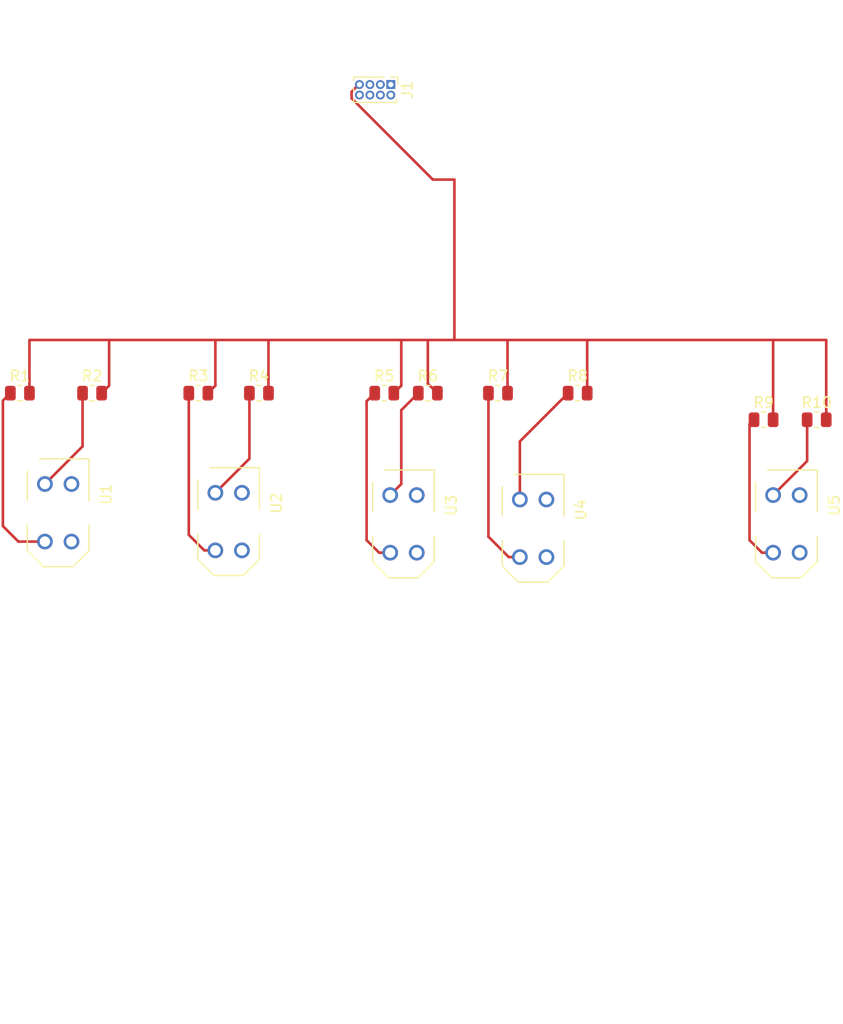
<source format=kicad_pcb>
(kicad_pcb (version 20221018) (generator pcbnew)
  (layers (0 "F.Cu" signal) (31 "B.Cu" signal) (34 "B.Paste" user) (35 "F.Paste" user) (36 "B.SilkS" user "B.Silkscreen") (37 "F.SilkS" user "F.Silkscreen") (38 "B.Mask" user) (39 "F.Mask" user) (44 "Edge.Cuts" user))
  (net 0 "")
  (net 1 "Analog Pin1")
  (net 2 "+3.3V")
  (net 3 "Analog Pin2")
  (net 4 "Analog Pin4")
  (net 5 "Analog Pin3")
  (net 6 "Analog Pin5")
  (net 7 "GND")
  (net 9 "Net-(R1-Pad1)")
  (net 10 "Net-(R3-Pad1)")
  (net 11 "Net-(R5-Pad1)")
  (net 12 "Net-(R7-Pad1)")
  (net 13 "Net-(R9-Pad1)")
  (footprint "kicad_mod:OPTO_TCRT5000" (layer "F.Cu") (at 101.81 80.01 -90)
    (fp_text reference "U1" (at -1.76355 -4.57476 90) (layer "F.SilkS") (effects (font (size 1.004126 1.004126))))
    (fp_text value "TCRT5000")
    (fp_line (start -5.15 -2.95) (end -1.17 -2.95) (stroke (width 0.127)) (layer "F.SilkS"))
    (fp_line (start -5.15 1.8) (end -5.15 -2.95) (stroke (width 0.127)) (layer "F.SilkS"))
    (fp_line (start -4 2.95) (end -1.17 2.95) (stroke (width 0.127)) (layer "F.SilkS"))
    (fp_line (start 1.17 2.95) (end 3.6 2.95) (stroke (width 0.127)) (layer "F.SilkS"))
    (fp_line (start 3.6 -2.95) (end 1.17 -2.95) (stroke (width 0.127)) (layer "F.SilkS"))
    (fp_line (start 3.6 -2.95) (end 5.15 -1.4) (stroke (width 0.127)) (layer "F.SilkS"))
    (fp_line (start 3.6 2.95) (end 5.15 1.4) (stroke (width 0.127)) (layer "F.SilkS"))
    (fp_line (start 5.15 1.4) (end 5.15 -1.4) (stroke (width 0.127)) (layer "F.SilkS"))
    (pad "" np_thru_hole circle (at -4.65 2.45 270) (size 1 1) (drill 1) (layers "*.Cu" "*.Mask"))
    (pad "" np_thru_hole circle (at 0 -1.9 270) (size 2.5 2.5) (drill 2.5) (layers "*.Cu" "*.Mask"))
    (pad "" np_thru_hole circle (at 0 1.9 270) (size 2.5 2.5) (drill 2.5) (layers "*.Cu" "*.Mask"))
    (pad "A" thru_hole circle (at 2.75 -1.27 270) (size 1.5 1.5) (drill 1) (layers "*.Cu" "*.Mask") (net 2 "+3.3V"))
    (pad "CATH" thru_hole circle (at 2.75 1.27 270) (size 1.5 1.5) (drill 1) (layers "*.Cu" "*.Mask") (net 9 "Net-(R1-Pad1)"))
    (pad "COLL" thru_hole circle (at -2.75 -1.27 270) (size 1.5 1.5) (drill 1) (layers "*.Cu" "*.Mask") (net 2 "+3.3V"))
    (pad "E" thru_hole circle (at -2.75 1.27 270) (size 1.5 1.5) (drill 1) (layers "*.Cu" "*.Mask") (net 1 "Analog Pin1"))
  )
  (footprint "kicad_mod:OPTO_TCRT5000" (layer "F.Cu") (at 171.45 81.07 -90)
    (fp_text reference "U5" (at -1.76355 -4.57476 90) (layer "F.SilkS") (effects (font (size 1.004126 1.004126))))
    (fp_text value "TCRT5000")
    (fp_line (start -5.15 -2.95) (end -1.17 -2.95) (stroke (width 0.127)) (layer "F.SilkS"))
    (fp_line (start -5.15 1.8) (end -5.15 -2.95) (stroke (width 0.127)) (layer "F.SilkS"))
    (fp_line (start -4 2.95) (end -1.17 2.95) (stroke (width 0.127)) (layer "F.SilkS"))
    (fp_line (start 1.17 2.95) (end 3.6 2.95) (stroke (width 0.127)) (layer "F.SilkS"))
    (fp_line (start 3.6 -2.95) (end 1.17 -2.95) (stroke (width 0.127)) (layer "F.SilkS"))
    (fp_line (start 3.6 -2.95) (end 5.15 -1.4) (stroke (width 0.127)) (layer "F.SilkS"))
    (fp_line (start 3.6 2.95) (end 5.15 1.4) (stroke (width 0.127)) (layer "F.SilkS"))
    (fp_line (start 5.15 1.4) (end 5.15 -1.4) (stroke (width 0.127)) (layer "F.SilkS"))
    (pad "" np_thru_hole circle (at -4.65 2.45 270) (size 1 1) (drill 1) (layers "*.Cu" "*.Mask"))
    (pad "" np_thru_hole circle (at 0 -1.9 270) (size 2.5 2.5) (drill 2.5) (layers "*.Cu" "*.Mask"))
    (pad "" np_thru_hole circle (at 0 1.9 270) (size 2.5 2.5) (drill 2.5) (layers "*.Cu" "*.Mask"))
    (pad "A" thru_hole circle (at 2.75 -1.27 270) (size 1.5 1.5) (drill 1) (layers "*.Cu" "*.Mask") (net 2 "+3.3V"))
    (pad "CATH" thru_hole circle (at 2.75 1.27 270) (size 1.5 1.5) (drill 1) (layers "*.Cu" "*.Mask") (net 13 "Net-(R9-Pad1)"))
    (pad "COLL" thru_hole circle (at -2.75 -1.27 270) (size 1.5 1.5) (drill 1) (layers "*.Cu" "*.Mask") (net 2 "+3.3V"))
    (pad "E" thru_hole circle (at -2.75 1.27 270) (size 1.5 1.5) (drill 1) (layers "*.Cu" "*.Mask") (net 6 "Analog Pin5"))
  )
  (footprint "Resistor_SMD:R_0805_2012Metric" (layer "F.Cu") (at 137.16 68.58)
    (fp_text reference "R6" (at 0 -1.65) (layer "F.SilkS"))
    (fp_text value "3.9k")
    (fp_line (start -0.227064 -0.735) (end 0.227064 -0.735) (stroke (width 0.12)) (layer "F.SilkS"))
    (fp_line (start -0.227064 0.735) (end 0.227064 0.735) (stroke (width 0.12)) (layer "F.SilkS"))
    (pad "1" smd roundrect (at -0.9125 0) (size 1.025 1.4) (layers "F.Cu" "F.Paste" "F.Mask") (roundrect_rratio 0.243902) (net 5 "Analog Pin3"))
    (pad "2" smd roundrect (at 0.9125 0) (size 1.025 1.4) (layers "F.Cu" "F.Paste" "F.Mask") (roundrect_rratio 0.243902) (net 7 "GND"))
  )
  (footprint "kicad_mod:OPTO_TCRT5000" (layer "F.Cu") (at 118.11 80.85 -90)
    (fp_text reference "U2" (at -1.76355 -4.57476 90) (layer "F.SilkS") (effects (font (size 1.004126 1.004126))))
    (fp_text value "TCRT5000")
    (fp_line (start -5.15 -2.95) (end -1.17 -2.95) (stroke (width 0.127)) (layer "F.SilkS"))
    (fp_line (start -5.15 1.8) (end -5.15 -2.95) (stroke (width 0.127)) (layer "F.SilkS"))
    (fp_line (start -4 2.95) (end -1.17 2.95) (stroke (width 0.127)) (layer "F.SilkS"))
    (fp_line (start 1.17 2.95) (end 3.6 2.95) (stroke (width 0.127)) (layer "F.SilkS"))
    (fp_line (start 3.6 -2.95) (end 1.17 -2.95) (stroke (width 0.127)) (layer "F.SilkS"))
    (fp_line (start 3.6 -2.95) (end 5.15 -1.4) (stroke (width 0.127)) (layer "F.SilkS"))
    (fp_line (start 3.6 2.95) (end 5.15 1.4) (stroke (width 0.127)) (layer "F.SilkS"))
    (fp_line (start 5.15 1.4) (end 5.15 -1.4) (stroke (width 0.127)) (layer "F.SilkS"))
    (pad "" np_thru_hole circle (at -4.65 2.45 270) (size 1 1) (drill 1) (layers "*.Cu" "*.Mask"))
    (pad "" np_thru_hole circle (at 0 -1.9 270) (size 2.5 2.5) (drill 2.5) (layers "*.Cu" "*.Mask"))
    (pad "" np_thru_hole circle (at 0 1.9 270) (size 2.5 2.5) (drill 2.5) (layers "*.Cu" "*.Mask"))
    (pad "A" thru_hole circle (at 2.75 -1.27 270) (size 1.5 1.5) (drill 1) (layers "*.Cu" "*.Mask") (net 2 "+3.3V"))
    (pad "CATH" thru_hole circle (at 2.75 1.27 270) (size 1.5 1.5) (drill 1) (layers "*.Cu" "*.Mask") (net 10 "Net-(R3-Pad1)"))
    (pad "COLL" thru_hole circle (at -2.75 -1.27 270) (size 1.5 1.5) (drill 1) (layers "*.Cu" "*.Mask") (net 2 "+3.3V"))
    (pad "E" thru_hole circle (at -2.75 1.27 270) (size 1.5 1.5) (drill 1) (layers "*.Cu" "*.Mask") (net 3 "Analog Pin2"))
  )
  (footprint "Resistor_SMD:R_0805_2012Metric" (layer "F.Cu") (at 105.0525 68.58)
    (fp_text reference "R2" (at 0 -1.65) (layer "F.SilkS"))
    (fp_text value "3.9k")
    (fp_line (start -0.227064 -0.735) (end 0.227064 -0.735) (stroke (width 0.12)) (layer "F.SilkS"))
    (fp_line (start -0.227064 0.735) (end 0.227064 0.735) (stroke (width 0.12)) (layer "F.SilkS"))
    (pad "1" smd roundrect (at -0.9125 0) (size 1.025 1.4) (layers "F.Cu" "F.Paste" "F.Mask") (roundrect_rratio 0.243902) (net 1 "Analog Pin1"))
    (pad "2" smd roundrect (at 0.9125 0) (size 1.025 1.4) (layers "F.Cu" "F.Paste" "F.Mask") (roundrect_rratio 0.243902) (net 7 "GND"))
  )
  (footprint "Resistor_SMD:R_0805_2012Metric" (layer "F.Cu") (at 98.1475 68.58)
    (fp_text reference "R1" (at 0 -1.65) (layer "F.SilkS"))
    (fp_text value "90")
    (fp_line (start -0.227064 -0.735) (end 0.227064 -0.735) (stroke (width 0.12)) (layer "F.SilkS"))
    (fp_line (start -0.227064 0.735) (end 0.227064 0.735) (stroke (width 0.12)) (layer "F.SilkS"))
    (pad "1" smd roundrect (at -0.9125 0) (size 1.025 1.4) (layers "F.Cu" "F.Paste" "F.Mask") (roundrect_rratio 0.243902) (net 9 "Net-(R1-Pad1)"))
    (pad "2" smd roundrect (at 0.9125 0) (size 1.025 1.4) (layers "F.Cu" "F.Paste" "F.Mask") (roundrect_rratio 0.243902) (net 7 "GND"))
  )
  (footprint "kicad_mod:OPTO_TCRT5000" (layer "F.Cu") (at 147.23 81.49 -90)
    (fp_text reference "U4" (at -1.76355 -4.57476 90) (layer "F.SilkS") (effects (font (size 1.004126 1.004126))))
    (fp_text value "TCRT5000")
    (fp_line (start -5.15 -2.95) (end -1.17 -2.95) (stroke (width 0.127)) (layer "F.SilkS"))
    (fp_line (start -5.15 1.8) (end -5.15 -2.95) (stroke (width 0.127)) (layer "F.SilkS"))
    (fp_line (start -4 2.95) (end -1.17 2.95) (stroke (width 0.127)) (layer "F.SilkS"))
    (fp_line (start 1.17 2.95) (end 3.6 2.95) (stroke (width 0.127)) (layer "F.SilkS"))
    (fp_line (start 3.6 -2.95) (end 1.17 -2.95) (stroke (width 0.127)) (layer "F.SilkS"))
    (fp_line (start 3.6 -2.95) (end 5.15 -1.4) (stroke (width 0.127)) (layer "F.SilkS"))
    (fp_line (start 3.6 2.95) (end 5.15 1.4) (stroke (width 0.127)) (layer "F.SilkS"))
    (fp_line (start 5.15 1.4) (end 5.15 -1.4) (stroke (width 0.127)) (layer "F.SilkS"))
    (pad "" np_thru_hole circle (at -4.65 2.45 270) (size 1 1) (drill 1) (layers "*.Cu" "*.Mask"))
    (pad "" np_thru_hole circle (at 0 -1.9 270) (size 2.5 2.5) (drill 2.5) (layers "*.Cu" "*.Mask"))
    (pad "" np_thru_hole circle (at 0 1.9 270) (size 2.5 2.5) (drill 2.5) (layers "*.Cu" "*.Mask"))
    (pad "A" thru_hole circle (at 2.75 -1.27 270) (size 1.5 1.5) (drill 1) (layers "*.Cu" "*.Mask") (net 2 "+3.3V"))
    (pad "CATH" thru_hole circle (at 2.75 1.27 270) (size 1.5 1.5) (drill 1) (layers "*.Cu" "*.Mask") (net 12 "Net-(R7-Pad1)"))
    (pad "COLL" thru_hole circle (at -2.75 -1.27 270) (size 1.5 1.5) (drill 1) (layers "*.Cu" "*.Mask") (net 2 "+3.3V"))
    (pad "E" thru_hole circle (at -2.75 1.27 270) (size 1.5 1.5) (drill 1) (layers "*.Cu" "*.Mask") (net 4 "Analog Pin4"))
  )
  (footprint "Resistor_SMD:R_0805_2012Metric" (layer "F.Cu") (at 169.2675 71.12)
    (fp_text reference "R9" (at 0 -1.65) (layer "F.SilkS"))
    (fp_text value "90")
    (fp_line (start -0.227064 -0.735) (end 0.227064 -0.735) (stroke (width 0.12)) (layer "F.SilkS"))
    (fp_line (start -0.227064 0.735) (end 0.227064 0.735) (stroke (width 0.12)) (layer "F.SilkS"))
    (pad "1" smd roundrect (at -0.9125 0) (size 1.025 1.4) (layers "F.Cu" "F.Paste" "F.Mask") (roundrect_rratio 0.243902) (net 13 "Net-(R9-Pad1)"))
    (pad "2" smd roundrect (at 0.9125 0) (size 1.025 1.4) (layers "F.Cu" "F.Paste" "F.Mask") (roundrect_rratio 0.243902) (net 7 "GND"))
  )
  (footprint "Resistor_SMD:R_0805_2012Metric" (layer "F.Cu") (at 151.4875 68.58)
    (fp_text reference "R8" (at 0 -1.65) (layer "F.SilkS"))
    (fp_text value "3.9k")
    (fp_line (start -0.227064 -0.735) (end 0.227064 -0.735) (stroke (width 0.12)) (layer "F.SilkS"))
    (fp_line (start -0.227064 0.735) (end 0.227064 0.735) (stroke (width 0.12)) (layer "F.SilkS"))
    (pad "1" smd roundrect (at -0.9125 0) (size 1.025 1.4) (layers "F.Cu" "F.Paste" "F.Mask") (roundrect_rratio 0.243902) (net 4 "Analog Pin4"))
    (pad "2" smd roundrect (at 0.9125 0) (size 1.025 1.4) (layers "F.Cu" "F.Paste" "F.Mask") (roundrect_rratio 0.243902) (net 7 "GND"))
  )
  (footprint "Resistor_SMD:R_0805_2012Metric" (layer "F.Cu") (at 121.0075 68.58)
    (fp_text reference "R4" (at 0 -1.65) (layer "F.SilkS"))
    (fp_text value "3.9k")
    (fp_line (start -0.227064 -0.735) (end 0.227064 -0.735) (stroke (width 0.12)) (layer "F.SilkS"))
    (fp_line (start -0.227064 0.735) (end 0.227064 0.735) (stroke (width 0.12)) (layer "F.SilkS"))
    (pad "1" smd roundrect (at -0.9125 0) (size 1.025 1.4) (layers "F.Cu" "F.Paste" "F.Mask") (roundrect_rratio 0.243902) (net 3 "Analog Pin2"))
    (pad "2" smd roundrect (at 0.9125 0) (size 1.025 1.4) (layers "F.Cu" "F.Paste" "F.Mask") (roundrect_rratio 0.243902) (net 7 "GND"))
  )
  (footprint "Connector_PinHeader_1.00mm:PinHeader_2x04_P1.00mm_Vertical" (layer "F.Cu") (at 133.62 39.1 -90)
    (fp_text reference "J1" (at 0.5 -1.56 90) (layer "F.SilkS"))
    (fp_text value "Conn_02x04_Odd_Even")
    (fp_line (start -0.71 -0.685) (end 0 -0.685) (stroke (width 0.12)) (layer "F.SilkS"))
    (fp_line (start -0.71 0) (end -0.71 -0.685) (stroke (width 0.12)) (layer "F.SilkS"))
    (fp_line (start -0.71 0.685) (end -0.71 3.56) (stroke (width 0.12)) (layer "F.SilkS"))
    (fp_line (start -0.71 0.685) (end -0.608276 0.685) (stroke (width 0.12)) (layer "F.SilkS"))
    (fp_line (start -0.71 3.56) (end -0.394493 3.56) (stroke (width 0.12)) (layer "F.SilkS"))
    (fp_line (start 0.394493 3.56) (end 0.605507 3.56) (stroke (width 0.12)) (layer "F.SilkS"))
    (fp_line (start 1.394493 -0.56) (end 1.71 -0.56) (stroke (width 0.12)) (layer "F.SilkS"))
    (fp_line (start 1.394493 3.56) (end 1.71 3.56) (stroke (width 0.12)) (layer "F.SilkS"))
    (fp_line (start 1.71 -0.56) (end 1.71 3.56) (stroke (width 0.12)) (layer "F.SilkS"))
    (pad "1" thru_hole rect (at 0 0 270) (size 0.85 0.85) (drill 0.5) (layers "*.Cu" "*.Mask") (net 1 "Analog Pin1"))
    (pad "2" thru_hole oval (at 1 0 270) (size 0.85 0.85) (drill 0.5) (layers "*.Cu" "*.Mask") (net 2 "+3.3V"))
    (pad "3" thru_hole oval (at 0 1 270) (size 0.85 0.85) (drill 0.5) (layers "*.Cu" "*.Mask") (net 3 "Analog Pin2"))
    (pad "4" thru_hole oval (at 1 1 270) (size 0.85 0.85) (drill 0.5) (layers "*.Cu" "*.Mask") (net 4 "Analog Pin4"))
    (pad "5" thru_hole oval (at 0 2 270) (size 0.85 0.85) (drill 0.5) (layers "*.Cu" "*.Mask") (net 5 "Analog Pin3"))
    (pad "6" thru_hole oval (at 1 2 270) (size 0.85 0.85) (drill 0.5) (layers "*.Cu" "*.Mask") (net 6 "Analog Pin5"))
    (pad "7" thru_hole oval (at 0 3 270) (size 0.85 0.85) (drill 0.5) (layers "*.Cu" "*.Mask") (net 7 "GND"))
    (pad "8" thru_hole oval (at 1 3 270) (size 0.85 0.85) (drill 0.5) (layers "*.Cu" "*.Mask"))
  )
  (footprint "Resistor_SMD:R_0805_2012Metric" (layer "F.Cu") (at 115.2125 68.58)
    (fp_text reference "R3" (at 0 -1.65) (layer "F.SilkS"))
    (fp_text value "90")
    (fp_line (start -0.227064 -0.735) (end 0.227064 -0.735) (stroke (width 0.12)) (layer "F.SilkS"))
    (fp_line (start -0.227064 0.735) (end 0.227064 0.735) (stroke (width 0.12)) (layer "F.SilkS"))
    (pad "1" smd roundrect (at -0.9125 0) (size 1.025 1.4) (layers "F.Cu" "F.Paste" "F.Mask") (roundrect_rratio 0.243902) (net 10 "Net-(R3-Pad1)"))
    (pad "2" smd roundrect (at 0.9125 0) (size 1.025 1.4) (layers "F.Cu" "F.Paste" "F.Mask") (roundrect_rratio 0.243902) (net 7 "GND"))
  )
  (footprint "Resistor_SMD:R_0805_2012Metric" (layer "F.Cu") (at 143.8675 68.58)
    (fp_text reference "R7" (at 0 -1.65) (layer "F.SilkS"))
    (fp_text value "90")
    (fp_line (start -0.227064 -0.735) (end 0.227064 -0.735) (stroke (width 0.12)) (layer "F.SilkS"))
    (fp_line (start -0.227064 0.735) (end 0.227064 0.735) (stroke (width 0.12)) (layer "F.SilkS"))
    (pad "1" smd roundrect (at -0.9125 0) (size 1.025 1.4) (layers "F.Cu" "F.Paste" "F.Mask") (roundrect_rratio 0.243902) (net 12 "Net-(R7-Pad1)"))
    (pad "2" smd roundrect (at 0.9125 0) (size 1.025 1.4) (layers "F.Cu" "F.Paste" "F.Mask") (roundrect_rratio 0.243902) (net 7 "GND"))
  )
  (footprint "kicad_mod:OPTO_TCRT5000" (layer "F.Cu") (at 134.83 81.07 -90)
    (fp_text reference "U3" (at -1.76355 -4.57476 90) (layer "F.SilkS") (effects (font (size 1.004126 1.004126))))
    (fp_text value "TCRT5000")
    (fp_line (start -5.15 -2.95) (end -1.17 -2.95) (stroke (width 0.127)) (layer "F.SilkS"))
    (fp_line (start -5.15 1.8) (end -5.15 -2.95) (stroke (width 0.127)) (layer "F.SilkS"))
    (fp_line (start -4 2.95) (end -1.17 2.95) (stroke (width 0.127)) (layer "F.SilkS"))
    (fp_line (start 1.17 2.95) (end 3.6 2.95) (stroke (width 0.127)) (layer "F.SilkS"))
    (fp_line (start 3.6 -2.95) (end 1.17 -2.95) (stroke (width 0.127)) (layer "F.SilkS"))
    (fp_line (start 3.6 -2.95) (end 5.15 -1.4) (stroke (width 0.127)) (layer "F.SilkS"))
    (fp_line (start 3.6 2.95) (end 5.15 1.4) (stroke (width 0.127)) (layer "F.SilkS"))
    (fp_line (start 5.15 1.4) (end 5.15 -1.4) (stroke (width 0.127)) (layer "F.SilkS"))
    (pad "" np_thru_hole circle (at -4.65 2.45 270) (size 1 1) (drill 1) (layers "*.Cu" "*.Mask"))
    (pad "" np_thru_hole circle (at 0 -1.9 270) (size 2.5 2.5) (drill 2.5) (layers "*.Cu" "*.Mask"))
    (pad "" np_thru_hole circle (at 0 1.9 270) (size 2.5 2.5) (drill 2.5) (layers "*.Cu" "*.Mask"))
    (pad "A" thru_hole circle (at 2.75 -1.27 270) (size 1.5 1.5) (drill 1) (layers "*.Cu" "*.Mask") (net 2 "+3.3V"))
    (pad "CATH" thru_hole circle (at 2.75 1.27 270) (size 1.5 1.5) (drill 1) (layers "*.Cu" "*.Mask") (net 11 "Net-(R5-Pad1)"))
    (pad "COLL" thru_hole circle (at -2.75 -1.27 270) (size 1.5 1.5) (drill 1) (layers "*.Cu" "*.Mask") (net 2 "+3.3V"))
    (pad "E" thru_hole circle (at -2.75 1.27 270) (size 1.5 1.5) (drill 1) (layers "*.Cu" "*.Mask") (net 5 "Analog Pin3"))
  )
  (footprint "Resistor_SMD:R_0805_2012Metric" (layer "F.Cu") (at 132.9925 68.58)
    (fp_text reference "R5" (at 0 -1.65) (layer "F.SilkS"))
    (fp_text value "90")
    (fp_line (start -0.227064 -0.735) (end 0.227064 -0.735) (stroke (width 0.12)) (layer "F.SilkS"))
    (fp_line (start -0.227064 0.735) (end 0.227064 0.735) (stroke (width 0.12)) (layer "F.SilkS"))
    (pad "1" smd roundrect (at -0.9125 0) (size 1.025 1.4) (layers "F.Cu" "F.Paste" "F.Mask") (roundrect_rratio 0.243902) (net 11 "Net-(R5-Pad1)"))
    (pad "2" smd roundrect (at 0.9125 0) (size 1.025 1.4) (layers "F.Cu" "F.Paste" "F.Mask") (roundrect_rratio 0.243902) (net 7 "GND"))
  )
  (footprint "Resistor_SMD:R_0805_2012Metric" (layer "F.Cu") (at 174.3475 71.12)
    (fp_text reference "R10" (at 0 -1.65) (layer "F.SilkS"))
    (fp_text value "3.9k")
    (fp_line (start -0.227064 -0.735) (end 0.227064 -0.735) (stroke (width 0.12)) (layer "F.SilkS"))
    (fp_line (start -0.227064 0.735) (end 0.227064 0.735) (stroke (width 0.12)) (layer "F.SilkS"))
    (pad "1" smd roundrect (at -0.9125 0) (size 1.025 1.4) (layers "F.Cu" "F.Paste" "F.Mask") (roundrect_rratio 0.243902) (net 6 "Analog Pin5"))
    (pad "2" smd roundrect (at 0.9125 0) (size 1.025 1.4) (layers "F.Cu" "F.Paste" "F.Mask") (roundrect_rratio 0.243902) (net 7 "GND"))
  )
  (segment (start 104.14 73.66) (end 104.14 68.58) (width 0.25) (layer "F.Cu") (net 1))
  (segment (start 100.54 77.26) (end 104.14 73.66) (width 0.25) (layer "F.Cu") (net 1))
  (segment (start 120.095 74.845) (end 120.095 68.58) (width 0.25) (layer "F.Cu") (net 3))
  (segment (start 116.84 78.1) (end 120.095 74.845) (width 0.25) (layer "F.Cu") (net 3))
  (segment (start 150.575 68.58) (end 145.96 73.195) (width 0.25) (layer "F.Cu") (net 4))
  (segment (start 145.96 73.195) (end 145.96 78.74) (width 0.25) (layer "F.Cu") (net 4))
  (segment (start 136.2475 68.58) (end 134.62 70.2075) (width 0.25) (layer "F.Cu") (net 5))
  (segment (start 134.62 77.26) (end 133.56 78.32) (width 0.25) (layer "F.Cu") (net 5))
  (segment (start 134.62 70.2075) (end 134.62 77.26) (width 0.25) (layer "F.Cu") (net 5))
  (segment (start 173.435 75.065) (end 170.18 78.32) (width 0.25) (layer "F.Cu") (net 6))
  (segment (start 173.435 71.12) (end 173.435 75.065) (width 0.25) (layer "F.Cu") (net 6))
  (segment (start 99.06 68.58) (end 99.06 63.5) (width 0.25) (layer "F.Cu") (net 7))
  (segment (start 175.26 63.5) (end 139.7 63.5) (width 0.25) (layer "F.Cu") (net 7))
  (segment (start 105.965 68.58) (end 106.68 67.865) (width 0.25) (layer "F.Cu") (net 7))
  (segment (start 137.639339 48.18) (end 129.87 40.410661) (width 0.25) (layer "F.Cu") (net 7))
  (segment (start 129.87 40.410661) (end 129.87 39.789339) (width 0.25) (layer "F.Cu") (net 7))
  (segment (start 134.62 67.865) (end 134.62 63.5) (width 0.25) (layer "F.Cu") (net 7))
  (segment (start 175.26 71.12) (end 175.26 63.5) (width 0.25) (layer "F.Cu") (net 7))
  (segment (start 137.16 67.6675) (end 137.16 63.5) (width 0.25) (layer "F.Cu") (net 7))
  (segment (start 129.87 39.789339) (end 130.559339 39.1) (width 0.25) (layer "F.Cu") (net 7))
  (segment (start 133.905 68.58) (end 134.62 67.865) (width 0.25) (layer "F.Cu") (net 7))
  (segment (start 121.92 68.58) (end 121.92 63.5) (width 0.25) (layer "F.Cu") (net 7))
  (segment (start 130.559339 39.1) (end 130.62 39.1) (width 0.25) (layer "F.Cu") (net 7))
  (segment (start 116.125 68.58) (end 116.84 67.865) (width 0.25) (layer "F.Cu") (net 7))
  (segment (start 144.78 68.58) (end 144.78 63.5) (width 0.25) (layer "F.Cu") (net 7))
  (segment (start 139.7 63.5) (end 139.7 48.18) (width 0.25) (layer "F.Cu") (net 7))
  (segment (start 116.84 67.865) (end 116.84 63.5) (width 0.25) (layer "F.Cu") (net 7))
  (segment (start 99.06 63.5) (end 139.7 63.5) (width 0.25) (layer "F.Cu") (net 7))
  (segment (start 106.68 67.865) (end 106.68 63.5) (width 0.25) (layer "F.Cu") (net 7))
  (segment (start 138.0725 68.58) (end 137.16 67.6675) (width 0.25) (layer "F.Cu") (net 7))
  (segment (start 139.7 48.18) (end 137.639339 48.18) (width 0.25) (layer "F.Cu") (net 7))
  (segment (start 170.18 71.12) (end 170.18 63.5) (width 0.25) (layer "F.Cu") (net 7))
  (segment (start 152.4 68.58) (end 152.4 63.5) (width 0.25) (layer "F.Cu") (net 7))
  (segment (start 96.52 69.295) (end 96.52 81.28) (width 0.25) (layer "F.Cu") (net 9))
  (segment (start 96.52 81.28) (end 98 82.76) (width 0.25) (layer "F.Cu") (net 9))
  (segment (start 97.235 68.58) (end 96.52 69.295) (width 0.25) (layer "F.Cu") (net 9))
  (segment (start 98 82.76) (end 100.54 82.76) (width 0.25) (layer "F.Cu") (net 9))
  (segment (start 116.84 83.6) (end 115.77934 83.6) (width 0.25) (layer "F.Cu") (net 10))
  (segment (start 114.3 82.12066) (end 114.3 68.58) (width 0.25) (layer "F.Cu") (net 10))
  (segment (start 115.77934 83.6) (end 114.3 82.12066) (width 0.25) (layer "F.Cu") (net 10))
  (segment (start 131.305 82.62566) (end 131.305 69.355) (width 0.25) (layer "F.Cu") (net 11))
  (segment (start 132.49934 83.82) (end 131.305 82.62566) (width 0.25) (layer "F.Cu") (net 11))
  (segment (start 131.305 69.355) (end 132.08 68.58) (width 0.25) (layer "F.Cu") (net 11))
  (segment (start 133.56 83.82) (end 132.49934 83.82) (width 0.25) (layer "F.Cu") (net 11))
  (segment (start 142.955 82.29566) (end 144.89934 84.24) (width 0.25) (layer "F.Cu") (net 12))
  (segment (start 144.89934 84.24) (end 145.96 84.24) (width 0.25) (layer "F.Cu") (net 12))
  (segment (start 142.955 68.58) (end 142.955 82.29566) (width 0.25) (layer "F.Cu") (net 12))
  (segment (start 169.11934 83.82) (end 170.18 83.82) (width 0.25) (layer "F.Cu") (net 13))
  (segment (start 167.925 71.55) (end 167.925 82.62566) (width 0.25) (layer "F.Cu") (net 13))
  (segment (start 167.925 82.62566) (end 169.11934 83.82) (width 0.25) (layer "F.Cu") (net 13))
  (segment (start 168.355 71.12) (end 167.925 71.55) (width 0.25) (layer "F.Cu") (net 13))
)
</source>
